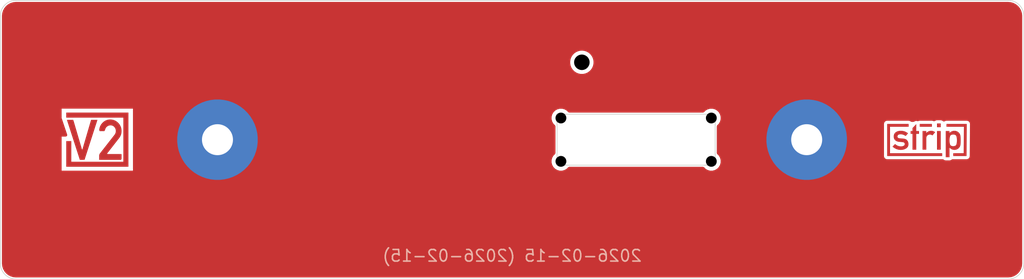
<source format=kicad_pcb>
(kicad_pcb (version 20241229) (generator "pcbnew") (generator_version "9.0")
  (title_block (date "2026-02-15") (rev "2026-02-15"))
  (layers (0 "F.Cu" signal "Front") (2 "B.Cu" signal "Back") (13 "F.Paste" user) (15 "B.Paste" user) (5 "F.SilkS" user "F.Silkscreen") (7 "B.SilkS" user "B.Silkscreen") (1 "F.Mask" user) (3 "B.Mask" user) (25 "Edge.Cuts" user))
  (property "Order-Number" "JLCJLCJLCJLC")
  (net 0 "")
  (net 1 "GND")
  (footprint "V2_Artwork:Board_strip_Small" (layer "F.Cu") (at 176.75 106)
    (property "Reference" "LOGO1" (hide yes))
    (property "Value" "Board_strip" (hide yes))
    (fp_poly (pts (xy 0.325169 -0.834359) (xy -0.460114 -0.834359) (xy -0.460114 -1.019567) (xy 0.325169 -1.019567)) (fill yes) (layer "F.Cu"))
    (fp_poly (pts (xy 0.896934 -0.805564) (xy 0.654046 -0.805564) (xy 0.654046 -1.048601) (xy 0.896934 -1.048601)) (fill yes) (layer "F.Cu"))
    (fp_poly (pts (xy 0.896934 0.645529) (xy 0.654046 0.645529) (xy 0.654046 -0.561474) (xy 0.896934 -0.561474)) (fill yes) (layer "F.Cu"))
    (fp_poly (pts (xy -1.174753 -0.834359) (xy -2.374904 -0.834359) (xy -2.374904 0.872998) (xy 0.989538 0.872998) (xy 0.989538 1.058206) (xy -2.560112 1.058206) (xy -2.560112 -1.019567) (xy -1.174753 -1.019567)) (fill yes) (layer "F.Cu"))
    (fp_poly (pts (xy 2.560104 1.058323) (xy 1.69968 1.058323) (xy 1.69968 0.873184) (xy 2.374896 0.873184) (xy 2.389978 -0.834261) (xy 1.264969 -0.834261) (xy 1.264969 -1.0194) (xy 2.575186 -1.0194)) (fill yes) (layer "F.Cu"))
    (fp_poly (pts (xy -0.683158 -0.561474) (xy -0.506416 -0.561474) (xy -0.506416 -0.375367) (xy -0.683158 -0.375367) (xy -0.683158 0.646699) (xy -0.92631 0.646699) (xy -0.92631 -0.375367) (xy -1.047225 -0.375367) (xy -1.047225 -0.561474) (xy -0.92631 -0.561474) (xy -0.92631 -0.750971) (xy -0.683158 -1.010258)) (fill yes) (layer "F.Cu"))
    (fp_poly (pts (xy 0.29962 -0.575022) (xy 0.31604 -0.573933) (xy 0.332361 -0.572117) (xy 0.34858 -0.569575) (xy 0.3647 -0.566306) (xy 0.380717 -0.56231) (xy 0.396634 -0.557587) (xy 0.412448 -0.552137) (xy 0.428161 -0.545959) (xy 0.44377 -0.539054) (xy 0.459276 -0.531421) (xy 0.474679 -0.52306) (xy 0.489978 -0.51397) (xy 0.505173 -0.504153) (xy 0.520263 -0.493607) (xy 0.535248 -0.482332) (xy 0.359829 -0.273079) (xy 0.349945 -0.280256) (xy 0.340036 -0.28697) (xy 0.330104 -0.293222) (xy 0.32015 -0.29901) (xy 0.310174 -0.304335) (xy 0.300177 -0.309197) (xy 0.29016 -0.313596) (xy 0.280124 -0.317532) (xy 0.270069 -0.321004) (xy 0.259996 -0.324014) (xy 0.249906 -0.326561) (xy 0.2398 -0.328645) (xy 0.229678 -0.330265) (xy 0.219542 -0.331423) (xy 0.209391 -0.332117) (xy 0.199228 -0.332349) (xy 0.188128 -0.332115) (xy 0.177153 -0.331412) (xy 0.166303 -0.330241) (xy 0.15558 -0.328603) (xy 0.144984 -0.326496) (xy 0.134515 -0.323922) (xy 0.124176 -0.32088) (xy 0.113966 -0.317371) (xy 0.103886 -0.313395) (xy 0.093937 -0.308952) (xy 0.08412 -0.304042) (xy 0.074435 -0.298665) (xy 0.064884 -0.292822) (xy 0.055466 -0.286512) (xy 0.046184 -0.279737) (xy 0.037037 -0.272495) (xy 0.028244 -0.264717) (xy 0.020021 -0.256373) (xy 0.012368 -0.247465) (xy 0.005284 -0.237991) (xy -0.001231 -0.227951) (xy -0.007178 -0.217346) (xy -0.012556 -0.206173) (xy -0.017367 -0.194434) (xy -0.02161 -0.182128) (xy -0.025286 -0.169254) (xy -0.028396 -0.155813) (xy -0.030939 -0.141803) (xy -0.032916 -0.127225) (xy -0.034328 -0.112078) (xy -0.035175 -0.096361) (xy -0.035457 -0.080075) (xy -0.035457 0.645529) (xy -0.278611 0.645529) (xy -0.278611 -0.561474) (xy -0.035457 -0.561474) (xy -0.035457 -0.432299) (xy -0.030961 -0.432299) (xy -0.016524 -0.449626) (xy -0.001394 -0.465835) (xy 0.01443 -0.480926) (xy 0.030948 -0.494899) (xy 0.048158 -0.507755) (xy 0.066062 -0.519492) (xy 0.084657 -0.530112) (xy 0.103944 -0.539614) (xy 0.123923 -0.547998) (xy 0.144592 -0.555264) (xy 0.165953 -0.561412) (xy 0.188003 -0.566442) (xy 0.210744 -0.570355) (xy 0.234174 -0.573149) (xy 0.258293 -0.574826) (xy 0.2831 -0.575385)) (fill yes) (layer "F.Cu"))
    (fp_poly (pts (xy 1.786117 -0.57521) (xy 1.799563 -0.574684) (xy 1.812778 -0.573808) (xy 1.825762 -0.572582) (xy 1.838513 -0.571005) (xy 1.851031 -0.569079) (xy 1.863314 -0.566803) (xy 1.875363 -0.564178) (xy 1.887176 -0.561203) (xy 1.898753 -0.557879) (xy 1.910092 -0.554206) (xy 1.921194 -0.550185) (xy 1.932057 -0.545814) (xy 1.94268 -0.541096) (xy 1.953063 -0.536028) (xy 1.963205 -0.530613) (xy 1.973117 -0.524935) (xy 1.982813 -0.519078) (xy 1.992291 -0.513044) (xy 2.001553 -0.506831) (xy 2.010597 -0.50044) (xy 2.019425 -0.493871) (xy 2.028035 -0.487124) (xy 2.036428 -0.480199) (xy 2.044604 -0.473096) (xy 2.052564 -0.465815) (xy 2.060306 -0.458356) (xy 2.067831 -0.450718) (xy 2.075139 -0.442903) (xy 2.08223 -0.43491) (xy 2.089104 -0.426738) (xy 2.095761 -0.418388) (xy 2.101884 -0.410171) (xy 2.107755 -0.401785) (xy 2.113372 -0.393229) (xy 2.118738 -0.384503) (xy 2.123853 -0.375609) (xy 2.128717 -0.366545) (xy 2.133331 -0.357312) (xy 2.137697 -0.347911) (xy 2.141815 -0.338342) (xy 2.145685 -0.328603) (xy 2.149309 -0.318697) (xy 2.152687 -0.308623) (xy 2.155821 -0.298381) (xy 2.15871 -0.287971) (xy 2.161356 -0.277394) (xy 2.163759 -0.266649) (xy 2.16795 -0.242861) (xy 2.171593 -0.214808) (xy 2.174683 -0.182485) (xy 2.177219 -0.145891) (xy 2.179197 -0.105023) (xy 2.180614 -0.059877) (xy 2.181466 -0.010452) (xy 2.181751 0.043255) (xy 2.181466 0.096649) (xy 2.180614 0.145834) (xy 2.179197 0.190808) (xy 2.177219 0.231569) (xy 2.174683 0.268116) (xy 2.171593 0.300447) (xy 2.16795 0.328562) (xy 2.163759 0.352459) (xy 2.161356 0.363283) (xy 2.15871 0.373923) (xy 2.155821 0.384379) (xy 2.152687 0.394653) (xy 2.149309 0.404742) (xy 2.145685 0.414648) (xy 2.141815 0.42437) (xy 2.137697 0.433909) (xy 2.133331 0.443265) (xy 2.128717 0.452436) (xy 2.123853 0.461425) (xy 2.118738 0.470229) (xy 2.113372 0.47885) (xy 2.107755 0.487288) (xy 2.101884 0.495542) (xy 2.095761 0.503612) (xy 2.089104 0.512085) (xy 2.08223 0.520364) (xy 2.075139 0.528447) (xy 2.067831 0.536337) (xy 2.060306 0.544032) (xy 2.052564 0.551532) (xy 2.044604 0.558838) (xy 2.036428 0.565949) (xy 2.028035 0.572866) (xy 2.019425 0.579588) (xy 2.010597 0.586116) (xy 2.001553 0.592449) (xy 1.992291 0.598588) (xy 1.982813 0.604532) (xy 1.973117 0.610282) (xy 1.963205 0.615837) (xy 1.953063 0.621124) (xy 1.94268 0.626068) (xy 1.932057 0.63067) (xy 1.921194 0.63493) (xy 1.910092 0.638848) (xy 1.898753 0.642425) (xy 1.887176 0.64566) (xy 1.875363 0.648554) (xy 1.863314 0.651107) (xy 1.851031 0.653319) (xy 1.838513 0.655191) (xy 1.825762 0.656721) (xy 1.812778 0.657911) (xy 1.799563 0.658761) (xy 1.786117 0.659271) (xy 1.77244 0.659441) (xy 1.760757 0.659292) (xy 1.749223 0.658843) (xy 1.737838 0.658096) (xy 1.726601 0.65705) (xy 1.715514 0.655704) (xy 1.704575 0.654059) (xy 1.693785 0.652114) (xy 1.683143 0.64987) (xy 1.672651 0.647325) (xy 1.662307 0.64448) (xy 1.652113 0.641335) (xy 1.642067 0.637889) (xy 1.63217 0.634143) (xy 1.622421 0.630095) (xy 1.612822 0.625747) (xy 1.603371 0.621097) (xy 1.594023 0.616193) (xy 1.584731 0.61108) (xy 1.575496 0.605759) (xy 1.566317 0.60023) (xy 1.557196 0.594493) (xy 1.548133 0.588547) (xy 1.539128 0.582393) (xy 1.530181 0.576031) (xy 1.521293 0.569461) (xy 1.512465 0.562683) (xy 1.503696 0.555696) (xy 1.494987 0.548501) (xy 1.486339 0.541098) (xy 1.477751 0.533487) (xy 1.46076 0.51764) (xy 1.46076 1.133825) (xy 1.217873 1.133825) (xy 1.217873 0.043255) (xy 1.46076 0.043255) (xy 1.461293 0.075936) (xy 1.46289 0.10831) (xy 1.465546 0.140378) (xy 1.46926 0.172138) (xy 1.474029 0.203592) (xy 1.479848 0.234739) (xy 1.486716 0.265579) (xy 1.494628 0.296112) (xy 1.496871 0.303588) (xy 1.499381 0.310826) (xy 1.50216 0.317827) (xy 1.505207 0.32459) (xy 1.508521 0.331116) (xy 1.512104 0.337404) (xy 1.515955 0.343454) (xy 1.520073 0.349267) (xy 1.52446 0.354842) (xy 1.529114 0.36018) (xy 1.534035 0.365281) (xy 1.539225 0.370144) (xy 1.544682 0.374769) (xy 1.550407 0.379158) (xy 1.556399 0.383308) (xy 1.562659 0.387222) (xy 1.569186 0.390898) (xy 1.57598 0.394337) (xy 1.583042 0.397538) (xy 1.590371 0.400502) (xy 1.597967 0.403229) (xy 1.605831 0.405719) (xy 1.613962 0.407972) (xy 1.622359 0.409987) (xy 1.631024 0.411765) (xy 1.639956 0.413306) (xy 1.649155 0.41461) (xy 1.65862 0.415677) (xy 1.668353 0.416506) (xy 1.678352 0.417099) (xy 1.688618 0.417454) (xy 1.69915 0.417573) (xy 1.719996 0.417114) (xy 1.739769 0.415737) (xy 1.758471 0.413443) (xy 1.776103 0.410232) (xy 1.792665 0.406103) (xy 1.808158 0.401057) (xy 1.822583 0.395095) (xy 1.83594 0.388216) (xy 1.848231 0.38042) (xy 1.859456 0.371708) (xy 1.869616 0.36208) (xy 1.878711 0.351536) (xy 1.886744 0.340076) (xy 1.893713 0.3277) (xy 1.899621 0.314409) (xy 1.904467 0.300203) (xy 1.912478 0.270487) (xy 1.919441 0.240082) (xy 1.925349 0.208988) (xy 1.930198 0.177209) (xy 1.933979 0.144744) (xy 1.936688 0.111596) (xy 1.938318 0.077766) (xy 1.938862 0.043255) (xy 1.938318 0.008694) (xy 1.936688 -0.025196) (xy 1.933979 -0.058415) (xy 1.930198 -0.090962) (xy 1.925349 -0.122835) (xy 1.919441 -0.154032) (xy 1.912478 -0.184553) (xy 1.904467 -0.214396) (xy 1.902176 -0.221656) (xy 1.899621 -0.228685) (xy 1.8968 -0.235484) (xy 1.893713 -0.242052) (xy 1.890361 -0.248389) (xy 1.886744 -0.254496) (xy 1.88286 -0.260371) (xy 1.878711 -0.266017) (xy 1.874297 -0.271431) (xy 1.869616 -0.276615) (xy 1.864669 -0.281568) (xy 1.859456 -0.28629) (xy 1.853976 -0.290782) (xy 1.848231 -0.295044) (xy 1.842219 -0.299075) (xy 1.83594 -0.302875) (xy 1.829395 -0.306445) (xy 1.822583 -0.309784) (xy 1.815504 -0.312893) (xy 1.808158 -0.315772) (xy 1.800545 -0.31842) (xy 1.792665 -0.320838) (xy 1.784517 -0.323025) (xy 1.776103 -0.324982) (xy 1.767421 -0.326709) (xy 1.758471 -0.328205) (xy 1.749254 -0.329472) (xy 1.739769 -0.330507) (xy 1.730016 -0.331313) (xy 1.719996 -0.331889) (xy 1.709707 -0.332234) (xy 1.69915 -0.332349) (xy 1.678352 -0.331872) (xy 1.65862 -0.330442) (xy 1.639956 -0.328058) (xy 1.622359 -0.324721) (xy 1.605831 -0.32043) (xy 1.590371 -0.315186) (xy 1.57598 -0.308989) (xy 1.562659 -0.301838) (xy 1.550407 -0.293733) (xy 1.539225 -0.284675) (xy 1.529114 -0.274663) (xy 1.520073 -0.263698) (xy 1.512104 -0.25178) (xy 1.505207 -0.238908) (xy 1.499381 -0.225082) (xy 1.494628 -0.210303) (xy 1.486716 -0.179644) (xy 1.479848 -0.148689) (xy 1.474029 -0.117438) (xy 1.46926 -0.085891) (xy 1.465546 -0.054049) (xy 1.46289 -0.02191) (xy 1.461293 0.010524) (xy 1.46076 0.043255) (xy 1.217873 0.043255) (xy 1.217873 -0.561474) (xy 1.46076 -0.561474) (xy 1.46076 -0.434637) (xy 1.476859 -0.451687) (xy 1.493405 -0.467636) (xy 1.510398 -0.482484) (xy 1.527841 -0.496231) (xy 1.545733 -0.508877) (xy 1.564076 -0.520423) (xy 1.582869 -0.530868) (xy 1.602115 -0.540213) (xy 1.621813 -0.548458) (xy 1.641964 -0.555603) (xy 1.66257 -0.561648) (xy 1.683631 -0.566594) (xy 1.705148 -0.57044) (xy 1.727121 -0.573188) (xy 1.749552 -0.574836) (xy 1.77244 -0.575385)) (fill yes) (layer "F.Cu"))
    (fp_poly (pts (xy -1.648987 -0.574684) (xy -1.611589 -0.572582) (xy -1.575592 -0.569079) (xy -1.558121 -0.566803) (xy -1.541003 -0.564178) (xy -1.524238 -0.561203) (xy -1.507828 -0.557879) (xy -1.491772 -0.554206) (xy -1.476073 -0.550185) (xy -1.46073 -0.545814) (xy -1.445744 -0.541096) (xy -1.431116 -0.536028) (xy -1.416847 -0.530613) (xy -1.389029 -0.518969) (xy -1.375389 -0.512797) (xy -1.36193 -0.506392) (xy -1.34865 -0.499755) (xy -1.33555 -0.492885) (xy -1.32263 -0.485782) (xy -1.30989 -0.478446) (xy -1.297329 -0.470877) (xy -1.284949 -0.463075) (xy -1.272748 -0.45504) (xy -1.260727 -0.446773) (xy -1.248886 -0.438272) (xy -1.237225 -0.429539) (xy -1.225743 -0.420572) (xy -1.214441 -0.411373) (xy -1.36446 -0.234736) (xy -1.382581 -0.246654) (xy -1.400832 -0.258034) (xy -1.419219 -0.268874) (xy -1.437749 -0.279173) (xy -1.456428 -0.28893) (xy -1.475262 -0.298142) (xy -1.494258 -0.30681) (xy -1.51342 -0.31493) (xy -1.523079 -0.31873) (xy -1.532904 -0.322284) (xy -1.542896 -0.325592) (xy -1.553054 -0.328653) (xy -1.563378 -0.331469) (xy -1.573868 -0.334039) (xy -1.584523 -0.336363) (xy -1.595342 -0.338442) (xy -1.606326 -0.340275) (xy -1.617473 -0.341864) (xy -1.628785 -0.343208) (xy -1.640259 -0.344307) (xy -1.651896 -0.345161) (xy -1.663696 -0.345771) (xy -1.675657 -0.346137) (xy -1.687781 -0.346259) (xy -1.70204 -0.346099) (xy -1.715747 -0.345618) (xy -1.728902 -0.344815) (xy -1.741503 -0.343691) (xy -1.753551 -0.342245) (xy -1.765046 -0.340477) (xy -1.775986 -0.338386) (xy -1.786371 -0.335972) (xy -1.796201 -0.333235) (xy -1.805476 -0.330174) (xy -1.814195 -0.326789) (xy -1.822358 -0.32308) (xy -1.829965 -0.319046) (xy -1.837014 -0.314687) (xy -1.843507 -0.310003) (xy -1.849441 -0.304993) (xy -1.85492 -0.299757) (xy -1.860045 -0.294351) (xy -1.864817 -0.288776) (xy -1.869235 -0.283032) (xy -1.8733 -0.277119) (xy -1.877012 -0.271036) (xy -1.880369 -0.264785) (xy -1.883374 -0.258365) (xy -1.886025 -0.251776) (xy -1.888323 -0.245019) (xy -1.890267 -0.238094) (xy -1.891857 -0.231001) (xy -1.893094 -0.22374) (xy -1.893978 -0.216311) (xy -1.894508 -0.208715) (xy -1.894685 -0.200952) (xy -1.894555 -0.196042) (xy -1.894164 -0.191176) (xy -1.893511 -0.186355) (xy -1.892597 -0.181577) (xy -1.891421 -0.176845) (xy -1.889983 -0.172157) (xy -1.888282 -0.167513) (xy -1.886317 -0.162915) (xy -1.88409 -0.158362) (xy -1.881598 -0.153855) (xy -1.878842 -0.149392) (xy -1.875821 -0.144976) (xy -1.872535 -0.140605) (xy -1.868984 -0.136281) (xy -1.865167 -0.132002) (xy -1.861083 -0.127771) (xy -1.85664 -0.123646) (xy -1.851744 -0.119732) (xy -1.846394 -0.116028) (xy -1.84059 -0.112535) (xy -1.834332 -0.109253) (xy -1.82762 -0.10618) (xy -1.820452 -0.103318) (xy -1.81283 -0.100665) (xy -1.804751 -0.098222) (xy -1.796216 -0.095988) (xy -1.787225 -0.093963) (xy -1.777776 -0.092148) (xy -1.767871 -0.090541) (xy -1.757507 -0.089143) (xy -1.746686 -0.087954) (xy -1.735406 -0.086972) (xy -1.535381 -0.073062) (xy -1.512424 -0.07111) (xy -1.490287 -0.068453) (xy -1.46897 -0.065093) (xy -1.448473 -0.061028) (xy -1.428799 -0.056259) (xy -1.409947 -0.050786) (xy -1.391918 -0.044609) (xy -1.374713 -0.037728) (xy -1.358332 -0.030143) (xy -1.342778 -0.021853) (xy -1.328049 -0.012859) (xy -1.314148 -0.003162) (xy -1.301074 0.00724) (xy -1.288829 0.018346) (xy -1.277414 0.030156) (xy -1.266829 0.04267) (xy -1.256978 0.055674) (xy -1.247766 0.068994) (xy -1.239192 0.082632) (xy -1.231255 0.096585) (xy -1.223955 0.110855) (xy -1.217292 0.12544) (xy -1.211266 0.140339) (xy -1.205875 0.155553) (xy -1.20112 0.17108) (xy -1.197001 0.186921) (xy -1.193516 0.203074) (xy -1.190666 0.21954) (xy -1.18845 0.236317) (xy -1.186867 0.253405) (xy -1.185918 0.270804) (xy -1.185601 0.288513) (xy -1.186169 0.310442) (xy -1.187871 0.331732) (xy -1.190708 0.352385) (xy -1.19468 0.372399) (xy -1.199787 0.391776) (xy -1.206028 0.410515) (xy -1.213404 0.428617) (xy -1.221916 0.446081) (xy -1.231561 0.462909) (xy -1.242342 0.4791) (xy -1.254258 0.494654) (xy -1.267308 0.509571) (xy -1.281493 0.523853) (xy -1.296813 0.537498) (xy -1.313268 0.550507) (xy -1.330857 0.56288) (xy -1.349266 0.57458) (xy -1.368176 0.585523) (xy -1.387587 0.59571) (xy -1.4075 0.605142) (xy -1.427914 0.613818) (xy -1.448827 0.621739) (xy -1.470241 0.628905) (xy -1.492155 0.635315) (xy -1.514567 0.640971) (xy -1.537478 0.645872) (xy -1.560888 0.650019) (xy -1.584796 0.653411) (xy -1.609201 0.65605) (xy -1.634104 0.657934) (xy -1.659503 0.659064) (xy -1.685399 0.659441) (xy -1.722774 0.658601) (xy -1.759591 0.656082) (xy -1.795852 0.651882) (xy -1.831557 0.646003) (xy -1.866707 0.638443) (xy -1.901303 0.629203) (xy -1.935345 0.618282) (xy -1.968834 0.605681) (xy -2.001772 0.591398) (xy -2.034159 0.575435) (xy -2.065995 0.55779) (xy -2.097281 0.538464) (xy -2.128019 0.517457) (xy -2.158209 0.494767) (xy -2.187851 0.470396) (xy -2.216947 0.444343) (xy -2.047085 0.27694) (xy -2.027043 0.295669) (xy -2.006504 0.313189) (xy -1.98547 0.3295) (xy -1.96394 0.344604) (xy -1.941913 0.358499) (xy -1.91939 0.371186) (xy -1.896371 0.382665) (xy -1.872857 0.392935) (xy -1.848846 0.401997) (xy -1.824339 0.409851) (xy -1.799335 0.416497) (xy -1.773836 0.421934) (xy -1.747841 0.426163) (xy -1.721349 0.429184) (xy -1.694362 0.430996) (xy -1.666878 0.4316) (xy -1.654073 0.431447) (xy -1.641552 0.430987) (xy -1.629316 0.430221) (xy -1.617364 0.429149) (xy -1.605696 0.427772) (xy -1.594311 0.426089) (xy -1.583209 0.424102) (xy -1.572389 0.42181) (xy -1.561852 0.419214) (xy -1.551596 0.416314) (xy -1.541622 0.413111) (xy -1.531929 0.409605) (xy -1.522516 0.405796) (xy -1.513383 0.401684) (xy -1.504531 0.39727) (xy -1.495958 0.392555) (xy -1.487788 0.387541) (xy -1.4839 0.384923) (xy -1.480145 0.382231) (xy -1.476521 0.379466) (xy -1.473029 0.376626) (xy -1.469669 0.373713) (xy -1.46644 0.370726) (xy -1.463343 0.367665) (xy -1.460378 0.36453) (xy -1.457545 0.361321) (xy -1.454844 0.358039) (xy -1.452274 0.354683) (xy -1.449837 0.351253) (xy -1.447531 0.34775) (xy -1.445356 0.344173) (xy -1.443314 0.340522) (xy -1.441403 0.336798) (xy -1.439624 0.333) (xy -1.437977 0.329128) (xy -1.436462 0.325183) (xy -1.435078 0.321165) (xy -1.433826 0.317073) (xy -1.432706 0.312907) (xy -1.431718 0.308668) (xy -1.430861 0.304356) (xy -1.430137 0.29997) (xy -1.429544 0.295511) (xy -1.429082 0.290978) (xy -1.428753 0.286372) (xy -1.428489 0.27694) (xy -1.428634 0.270412) (xy -1.429066 0.264065) (xy -1.429787 0.257901) (xy -1.430796 0.251919) (xy -1.432094 0.246119) (xy -1.43368 0.240502) (xy -1.435554 0.235066) (xy -1.437717 0.229812) (xy -1.440168 0.224741) (xy -1.442907 0.219851) (xy -1.445935 0.215144) (xy -1.449251 0.210618) (xy -1.452855 0.206274) (xy -1.456748 0.202112) (xy -1.460929 0.198133) (xy -1.465398 0.194335) (xy -1.470156 0.190719) (xy -1.475202 0.187284) (xy -1.480537 0.184032) (xy -1.48616 0.180961) (xy -1.492071 0.178072) (xy -1.498271 0.175365) (xy -1.504759 0.17284) (xy -1.511535 0.170496) (xy -1.5186 0.168334) (xy -1.525953 0.166354) (xy -1.533594 0.164555) (xy -1.541524 0.162938) (xy -1.549742 0.161502) (xy -1.558248 0.160248) (xy -1.576126 0.158285) (xy -1.790174 0.13853) (xy -1.808725 0.136787) (xy -1.826873 0.134453) (xy -1.844619 0.131527) (xy -1.861963 0.12801) (xy -1.878906 0.123902) (xy -1.895447 0.119203) (xy -1.911587 0.113913) (xy -1.927328 0.108032) (xy -1.942668 0.101562) (xy -1.957609 0.0945) (xy -1.97215 0.086849) (xy -1.986293 0.078608) (xy -2.000037 0.069777) (xy -2.013383 0.060357) (xy -2.026332 0.050347) (xy -2.038883 0.039748) (xy -2.050851 0.028565) (xy -2.06205 0.016848) (xy -2.072479 0.004597) (xy -2.082138 -0.008189) (xy -2.091027 -0.021509) (xy -2.099144 -0.035363) (xy -2.106491 -0.049751) (xy -2.113065 -0.064674) (xy -2.118868 -0.080131) (xy -2.123898 -0.096122) (xy -2.128156 -0.112648) (xy -2.13164 -0.129708) (xy -2.134351 -0.147302) (xy -2.136287 -0.16543) (xy -2.13745 -0.184092) (xy -2.137837 -0.203289) (xy -2.137332 -0.22591) (xy -2.135816 -0.247829) (xy -2.13329 -0.269047) (xy -2.129755 -0.289565) (xy -2.12521 -0.309381) (xy -2.119657 -0.328497) (xy -2.113095 -0.346913) (xy -2.105525 -0.364628) (xy -2.096947 -0.381644) (xy -2.087362 -0.397959) (xy -2.07677 -0.413575) (xy -2.065172 -0.428491) (xy -2.052567 -0.442707) (xy -2.038957 -0.456225) (xy -2.024341 -0.469043) (xy -2.00872 -0.481163) (xy -1.992349 -0.492567) (xy -1.975483 -0.503235) (xy -1.958122 -0.51317) (xy -1.940268 -0.522369) (xy -1.92192 -0.530834) (xy -1.90308 -0.538563) (xy -1.883749 -0.545557) (xy -1.863927 -0.551815) (xy -1.843615 -0.557338) (xy -1.822814 -0.562125) (xy -1.801525 -0.566176) (xy -1.779748 -0.569491) (xy -1.757484 -0.572069) (xy -1.734735 -0.573911) (xy -1.7115 -0.575017) (xy -1.687781 -0.575385)) (fill yes) (layer "F.Cu"))
    (zone (net 0) (net_name "") (layer "F.Cu") (connect_pads (clearance 0)) (min_thickness 0.254)
      (keepout (tracks not_allowed) (vias not_allowed) (pads not_allowed) (copperpour not_allowed) (footprints not_allowed))
      (fill (thermal_gap 0.508) (thermal_bridge_width 0.508))
      (polygon (pts (xy 179.421621 107.179278) (xy 174.122096 107.179278) (xy 174.122096 104.851875) (xy 179.421621 104.851875)))
    )
  )
  (footprint "V2_Artwork:Logo_Small" (layer "F.Cu") (at 123.25 106)
    (property "Reference" "ICON1" (hide yes))
    (property "Value" "V2-logo" (hide yes))
    (fp_poly (pts (xy 2.006758 1.750057) (xy -2.003742 1.750057) (xy -2.003742 0.089057) (xy -1.676242 0.089057) (xy -1.676242 1.422557) (xy 1.679258 1.422557) (xy 1.679258 -1.424943) (xy -2.003742 -1.424943) (xy -2.003742 -1.752443) (xy 2.006758 -1.752443)) (fill yes) (layer "F.Cu"))
    (fp_poly (pts (xy -1.520919 -1.190765) (xy -0.987877 0.632379) (xy -0.96229 0.63477) (xy -0.429473 -1.187605) (xy -0.397658 -1.28383) (xy -0.093581 -1.28383) (xy 0.011405 -1.282303) (xy -0.821464 1.300873) (xy -0.922973 1.304044) (xy -1.126979 1.304044) (xy -1.959811 -1.279026) (xy -1.859182 -1.28383) (xy -1.55515 -1.28383)) (fill yes) (layer "F.Cu"))
    (fp_poly (pts (xy 0.959179 -1.296323) (xy 1.057102 -1.27333) (xy 1.15069 -1.236367) (xy 1.237701 -1.18584) (xy 1.316459 -1.12329) (xy 1.386544 -1.051192) (xy 1.4473 -0.971068) (xy 1.496526 -0.883341) (xy 1.532676 -0.789459) (xy 1.555226 -0.691443) (xy 1.564714 -0.591354) (xy 1.562302 -0.490861) (xy 1.547686 -0.391375) (xy 1.519699 -0.294757) (xy 1.477977 -0.203204) (xy 1.423428 -0.118825) (xy 0.62811 0.902367) (xy 0.666211 0.926016) (xy 1.464718 0.926016) (xy 1.565211 0.930611) (xy 1.565211 1.236646) (xy 1.526846 1.304028) (xy 0.119258 1.304044) (xy 0.119258 0.998218) (xy 0.152529 0.907926) (xy 1.075862 -0.274673) (xy 1.135011 -0.354575) (xy 1.177602 -0.443372) (xy 1.194922 -0.540328) (xy 1.188525 -0.63852) (xy 1.156173 -0.731429) (xy 1.102154 -0.813814) (xy 1.029408 -0.879553) (xy 0.93915 -0.917434) (xy 0.841313 -0.926822) (xy 0.744269 -0.911115) (xy 0.655699 -0.868697) (xy 0.582012 -0.803671) (xy 0.529159 -0.720807) (xy 0.499075 -0.625849) (xy 0.458111 -0.553721) (xy 0.151905 -0.553721) (xy 0.122138 -0.626978) (xy 0.136522 -0.727544) (xy 0.163539 -0.824426) (xy 0.203793 -0.916615) (xy 0.256664 -1.002191) (xy 0.320597 -1.07979) (xy 0.393413 -1.149125) (xy 0.474729 -1.208346) (xy 0.563921 -1.254958) (xy 0.65936 -1.286951) (xy 0.758577 -1.303726) (xy 0.859118 -1.306199)) (fill yes) (layer "F.Cu"))
    (zone (net 0) (net_name "") (layer "F.Cu") (connect_pads (clearance 0)) (min_thickness 0.254)
      (keepout (tracks not_allowed) (vias not_allowed) (pads not_allowed) (copperpour not_allowed) (footprints allowed))
      (fill (thermal_gap 0.508) (thermal_bridge_width 0.508))
      (polygon (pts (xy 120.95 108) (xy 125.55 108) (xy 125.55 103.995) (xy 120.95 103.995) (xy 120.95 104.6) (xy 121.35 105.8) (xy 120.95 105.8)))
    )
  )
  (footprint "V2_Mechanical:MountingHole_2mm_Pad_5.2mm" (layer "F.Cu") (at 169 106)
    (property "Reference" "H2" (hide yes))
    (property "Value" "2mm_Pad_5.2mm" (hide yes))
    (pad "1" thru_hole custom (at 0 0) (size 5.2 5.2) (drill 2) (layers "*.Cu" "*.Mask") (net 1 "GND") (options (clearance outline) (anchor circle)) (primitives (gr_bbox (start -0.75 -0.75) (end 0.75 0.75) (fill no))))
  )
  (footprint "V2_Mechanical:MountingHole_1mm" (layer "F.Cu") (at 154.5 101)
    (property "Reference" "H1" (hide yes))
    (property "Value" "1mm" (hide yes))
    (pad "" np_thru_hole circle (at 0 0) (size 1 1) (drill 1) (layers "*.Mask"))
  )
  (footprint "V2_PCB_Devices:PCB_Button-top" (layer "F.Cu") (at 158 106 90)
    (property "Reference" "SWT1" (hide yes))
    (property "Value" "Button-top" (hide yes))
    (fp_line (start 1.65 -5.1) (end 1.65 5.1) (stroke (width 0.05)) (layer "Edge.Cuts"))
    (fp_line (start -1.65 -5.1) (end 1.65 -5.1) (stroke (width 0.05)) (layer "Edge.Cuts"))
    (fp_line (start 1.65 5.1) (end -1.65 5.1) (stroke (width 0.05)) (layer "Edge.Cuts"))
    (fp_line (start -1.65 5.1) (end -1.65 -5.1) (stroke (width 0.05)) (layer "Edge.Cuts"))
    (pad "" np_thru_hole circle (at -1.4 -4.85 90) (size 0.7 0.7) (drill 0.7) (layers "*.Mask"))
    (pad "" np_thru_hole circle (at -1.4 4.85 90) (size 0.7 0.7) (drill 0.7) (layers "*.Mask"))
    (pad "" np_thru_hole circle (at 1.4 -4.85 90) (size 0.7 0.7) (drill 0.7) (layers "*.Mask"))
    (pad "" np_thru_hole circle (at 1.4 4.85 90) (size 0.7 0.7) (drill 0.7) (layers "*.Mask"))
  )
  (footprint "V2_Mechanical:MountingHole_2mm_Pad_5.2mm" (layer "F.Cu") (at 131 106)
    (property "Reference" "H3" (hide yes))
    (property "Value" "2mm_Pad_5.2mm" (hide yes))
    (pad "1" thru_hole custom (at 0 0) (size 5.2 5.2) (drill 2) (layers "*.Cu" "*.Mask") (net 1 "GND") (options (clearance outline) (anchor circle)) (primitives (gr_bbox (start -0.75 -0.75) (end 0.75 0.75) (fill no))))
  )
  (footprint "V2_Production:Revision" (layer "B.Cu") (at 150 113.5 180)
    (property "Reference" "INFO1" (hide yes))
    (property "Value" "~" (hide yes))
    (fp_text user "${REVISION} (${ISSUE_DATE})" (at 0 0 0) (layer "B.SilkS") (effects (font (size 0.75 0.75) (thickness 0.1)) (justify mirror)))
  )
  (gr_line (start 117 98) (end 117 114) (stroke (width 0.05)) (layer "Edge.Cuts"))
  (gr_arc (start 117 98) (mid 117.292893 97.292893) (end 118 97) (stroke (width 0.05)) (layer "Edge.Cuts"))
  (gr_line (start 118 97) (end 182 97) (stroke (width 0.05)) (layer "Edge.Cuts"))
  (gr_arc (start 118 115) (mid 117.292893 114.707107) (end 117 114) (stroke (width 0.05)) (layer "Edge.Cuts"))
  (gr_line (start 118 115) (end 182 115) (stroke (width 0.05)) (layer "Edge.Cuts"))
  (gr_arc (start 182 97) (mid 182.707107 97.292893) (end 183 98) (stroke (width 0.05)) (layer "Edge.Cuts"))
  (gr_line (start 183 98) (end 183 114) (stroke (width 0.05)) (layer "Edge.Cuts"))
  (gr_arc (start 183 114) (mid 182.707107 114.707107) (end 182 115) (stroke (width 0.05)) (layer "Edge.Cuts"))
  (zone (net 1) (net_name "GND") (layer "F.Cu") (priority 1) (connect_pads yes (clearance 0.2)) (min_thickness 0.2) (fill yes (thermal_gap 0.508) (thermal_bridge_width 0.508))
    (polygon (pts (xy 183 115) (xy 117 115) (xy 117 97) (xy 183 97)))
  )
)
</source>
